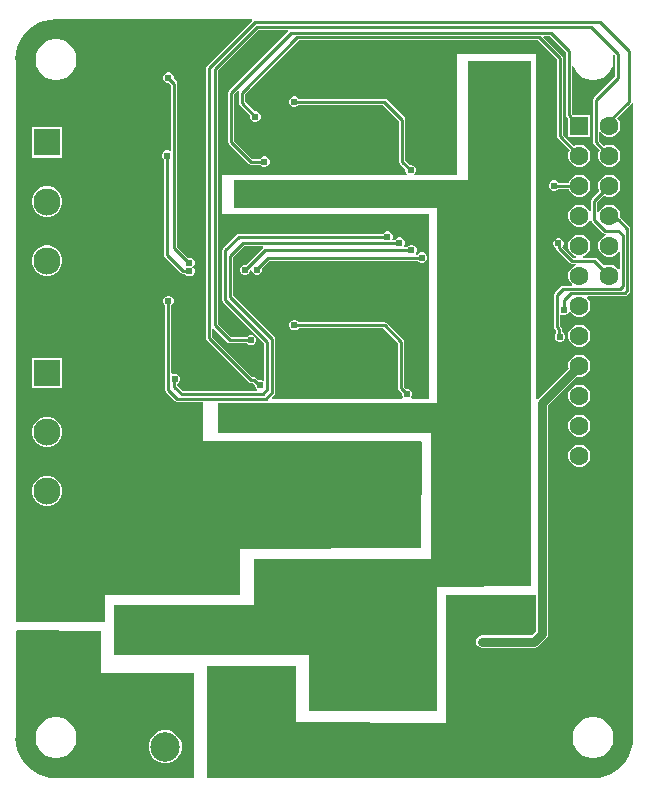
<source format=gbl>
G04*
G04 #@! TF.GenerationSoftware,Altium Limited,Altium Designer,21.5.1 (32)*
G04*
G04 Layer_Physical_Order=2*
G04 Layer_Color=16711680*
%FSLAX25Y25*%
%MOIN*%
G70*
G04*
G04 #@! TF.SameCoordinates,690A18C4-EA90-4F08-A22E-A0273F3C1D78*
G04*
G04*
G04 #@! TF.FilePolarity,Positive*
G04*
G01*
G75*
%ADD12C,0.01000*%
%ADD67C,0.03000*%
%ADD69C,0.09843*%
%ADD70R,0.06299X0.06299*%
%ADD71C,0.06299*%
%ADD72R,0.09055X0.09055*%
%ADD73C,0.09055*%
%ADD74C,0.02400*%
G36*
X77539Y235480D02*
X57779Y215721D01*
X57558Y215390D01*
X57480Y215000D01*
Y198500D01*
X57558Y198110D01*
X57779Y197779D01*
X64279Y191279D01*
X64610Y191058D01*
X65000Y190980D01*
X68115D01*
X68537Y190559D01*
X69162Y190300D01*
X69838D01*
X70463Y190559D01*
X70941Y191037D01*
X71200Y191662D01*
Y192338D01*
X70941Y192963D01*
X70463Y193441D01*
X69838Y193700D01*
X69162D01*
X68537Y193441D01*
X68115Y193020D01*
X65422D01*
X59520Y198922D01*
Y214578D01*
X60707Y215766D01*
X61096Y215447D01*
X61058Y215390D01*
X60980Y215000D01*
Y211500D01*
X61058Y211110D01*
X61279Y210779D01*
X64800Y207258D01*
Y206662D01*
X65059Y206037D01*
X65537Y205559D01*
X66162Y205300D01*
X66838D01*
X67463Y205559D01*
X67941Y206037D01*
X68200Y206662D01*
Y207338D01*
X67941Y207963D01*
X67463Y208441D01*
X66838Y208700D01*
X66242D01*
X63020Y211922D01*
Y214578D01*
X80922Y232480D01*
X160578D01*
X166980Y226078D01*
Y200500D01*
X167058Y200110D01*
X167279Y199779D01*
X171300Y195757D01*
X171099Y195409D01*
X170850Y194481D01*
Y193519D01*
X171099Y192591D01*
X171580Y191759D01*
X172259Y191080D01*
X173091Y190599D01*
X174020Y190350D01*
X174980D01*
X175909Y190599D01*
X176741Y191080D01*
X177420Y191759D01*
X177901Y192591D01*
X178150Y193519D01*
Y194481D01*
X177901Y195409D01*
X177420Y196241D01*
X176741Y196920D01*
X175909Y197401D01*
X174980Y197650D01*
X174020D01*
X173091Y197401D01*
X172742Y197199D01*
X169020Y200922D01*
Y226500D01*
X168942Y226890D01*
X168721Y227221D01*
X162424Y233519D01*
X162615Y233980D01*
X164578D01*
X169980Y228578D01*
Y207500D01*
X170058Y207110D01*
X170279Y206779D01*
X170850Y206208D01*
Y200350D01*
X178150D01*
Y207650D01*
X172292D01*
X172020Y207922D01*
Y223778D01*
X172520Y223878D01*
X172975Y222779D01*
X173719Y221666D01*
X174666Y220719D01*
X175779Y219975D01*
X177017Y219462D01*
X178330Y219201D01*
X179670D01*
X180983Y219462D01*
X182221Y219975D01*
X183334Y220719D01*
X184281Y221666D01*
X185025Y222779D01*
X185538Y224017D01*
X185799Y225330D01*
Y226670D01*
X185624Y227549D01*
X186085Y227796D01*
X186480Y227400D01*
Y220422D01*
X179279Y213221D01*
X179058Y212890D01*
X178980Y212500D01*
Y198500D01*
X179058Y198110D01*
X179279Y197779D01*
X181300Y195757D01*
X181099Y195409D01*
X180850Y194481D01*
Y193519D01*
X181099Y192591D01*
X181580Y191759D01*
X182259Y191080D01*
X183091Y190599D01*
X184019Y190350D01*
X184980D01*
X185909Y190599D01*
X186741Y191080D01*
X187420Y191759D01*
X187901Y192591D01*
X188150Y193519D01*
Y194481D01*
X187901Y195409D01*
X187420Y196241D01*
X186741Y196920D01*
X185909Y197401D01*
X184980Y197650D01*
X184019D01*
X183091Y197401D01*
X182743Y197199D01*
X181020Y198922D01*
Y201729D01*
X181520Y201863D01*
X181580Y201759D01*
X182259Y201080D01*
X183091Y200599D01*
X184019Y200350D01*
X184980D01*
X185909Y200599D01*
X186741Y201080D01*
X187420Y201759D01*
X187901Y202591D01*
X188150Y203520D01*
Y204481D01*
X187901Y205409D01*
X187420Y206241D01*
X187085Y206577D01*
X191721Y211213D01*
X191942Y211544D01*
X191971Y211688D01*
X192471Y211638D01*
Y0D01*
X192486Y-76D01*
X192325Y-2111D01*
X191831Y-4169D01*
X191021Y-6125D01*
X189915Y-7930D01*
X188540Y-9540D01*
X186930Y-10915D01*
X185125Y-12021D01*
X183169Y-12831D01*
X181111Y-13326D01*
X179076Y-13486D01*
X179000Y-13471D01*
X50500D01*
Y24000D01*
X80000D01*
Y5091D01*
X130000Y4898D01*
Y47500D01*
X159961D01*
Y35345D01*
X158655Y34039D01*
X142000D01*
X141220Y33884D01*
X140558Y33442D01*
X140116Y32780D01*
X139961Y32000D01*
X140116Y31220D01*
X140558Y30558D01*
X141220Y30116D01*
X142000Y29961D01*
X159500D01*
X160280Y30116D01*
X160942Y30558D01*
X163442Y33058D01*
X163884Y33720D01*
X164039Y34500D01*
Y110655D01*
X173794Y120411D01*
X174020Y120350D01*
X174980D01*
X175909Y120599D01*
X176741Y121080D01*
X177420Y121759D01*
X177901Y122591D01*
X178150Y123520D01*
Y124480D01*
X177901Y125409D01*
X177420Y126241D01*
X176741Y126920D01*
X175909Y127401D01*
X174980Y127650D01*
X174020D01*
X173091Y127401D01*
X172259Y126920D01*
X171580Y126241D01*
X171099Y125409D01*
X170850Y124480D01*
Y123520D01*
X170911Y123294D01*
X160558Y112942D01*
X160500Y112855D01*
X160000Y113007D01*
Y228000D01*
X133858D01*
Y187500D01*
X119611D01*
X119404Y188000D01*
X119644Y188240D01*
X119903Y188865D01*
Y189541D01*
X119644Y190166D01*
X119166Y190644D01*
X118541Y190903D01*
X117945D01*
X116520Y192329D01*
Y206000D01*
X116442Y206390D01*
X116221Y206721D01*
X110221Y212721D01*
X109890Y212942D01*
X109500Y213020D01*
X80885D01*
X80463Y213441D01*
X79838Y213700D01*
X79162D01*
X78537Y213441D01*
X78059Y212963D01*
X77800Y212338D01*
Y211662D01*
X78059Y211037D01*
X78537Y210559D01*
X79162Y210300D01*
X79838D01*
X80463Y210559D01*
X80885Y210980D01*
X109078D01*
X114480Y205578D01*
Y191906D01*
X114558Y191516D01*
X114779Y191185D01*
X116503Y189461D01*
Y188865D01*
X116762Y188240D01*
X117002Y188000D01*
X116795Y187500D01*
X55500D01*
Y174500D01*
X124500D01*
Y113000D01*
X118611D01*
X118404Y113500D01*
X118441Y113537D01*
X118700Y114162D01*
Y114838D01*
X118441Y115463D01*
X117963Y115941D01*
X117338Y116200D01*
X116742D01*
X116020Y116922D01*
Y132000D01*
X115942Y132390D01*
X115721Y132721D01*
X110319Y138122D01*
X109989Y138344D01*
X109598Y138421D01*
X80885D01*
X80463Y138843D01*
X79838Y139102D01*
X79162D01*
X78537Y138843D01*
X78059Y138365D01*
X77800Y137740D01*
Y137063D01*
X78059Y136439D01*
X78537Y135960D01*
X79162Y135702D01*
X79838D01*
X80463Y135960D01*
X80885Y136382D01*
X109176D01*
X113980Y131578D01*
Y116500D01*
X114058Y116110D01*
X114279Y115779D01*
X115300Y114758D01*
Y114162D01*
X115559Y113537D01*
X115596Y113500D01*
X115389Y113000D01*
X72095D01*
X71904Y113462D01*
X72743Y114301D01*
X72964Y114632D01*
X73042Y115022D01*
Y132978D01*
X72964Y133368D01*
X72743Y133699D01*
X59020Y147422D01*
Y160078D01*
X62722Y163780D01*
X68895D01*
X69046Y163280D01*
X68954Y163219D01*
X63235Y157500D01*
X62639D01*
X62014Y157241D01*
X61536Y156763D01*
X61277Y156138D01*
Y155462D01*
X61536Y154837D01*
X62014Y154359D01*
X62639Y154100D01*
X63315D01*
X63940Y154359D01*
X64418Y154837D01*
X64677Y155462D01*
Y155691D01*
X64800Y155773D01*
X64958Y155738D01*
X65351Y155539D01*
X65559Y155037D01*
X66037Y154559D01*
X66662Y154300D01*
X67338D01*
X67963Y154559D01*
X68441Y155037D01*
X68700Y155662D01*
Y156338D01*
X68676Y156396D01*
X71260Y158980D01*
X120615D01*
X121037Y158559D01*
X121662Y158300D01*
X122338D01*
X122963Y158559D01*
X123441Y159037D01*
X123700Y159662D01*
Y160338D01*
X123441Y160963D01*
X122963Y161441D01*
X122338Y161700D01*
X121662D01*
X121037Y161441D01*
X120615Y161020D01*
X120133D01*
X119926Y161520D01*
X119941Y161535D01*
X120200Y162160D01*
Y162836D01*
X119941Y163461D01*
X119463Y163939D01*
X118838Y164198D01*
X118162D01*
X117537Y163939D01*
X117115Y163517D01*
X116129D01*
X115922Y164017D01*
X115941Y164037D01*
X116200Y164662D01*
Y165338D01*
X115941Y165963D01*
X115463Y166441D01*
X114838Y166700D01*
X114162D01*
X113537Y166441D01*
X113059Y165963D01*
X112999Y165820D01*
X112377D01*
X112058Y166320D01*
X112200Y166662D01*
Y167338D01*
X111941Y167963D01*
X111463Y168441D01*
X110838Y168700D01*
X110162D01*
X109537Y168441D01*
X109115Y168020D01*
X61000D01*
X60610Y167942D01*
X60279Y167721D01*
X55779Y163221D01*
X55558Y162890D01*
X55480Y162500D01*
Y146000D01*
X55558Y145610D01*
X55779Y145279D01*
X69503Y131555D01*
Y119109D01*
X69003Y118902D01*
X68963Y118941D01*
X68338Y119200D01*
X67662D01*
X67451Y119113D01*
X66715Y119849D01*
X66384Y120070D01*
X65994Y120147D01*
X65524D01*
X52020Y133652D01*
Y136331D01*
X52520Y136539D01*
X57377Y131681D01*
X57708Y131460D01*
X58098Y131382D01*
X63615D01*
X64037Y130960D01*
X64662Y130702D01*
X65338D01*
X65963Y130960D01*
X66441Y131439D01*
X66700Y132063D01*
Y132740D01*
X66441Y133364D01*
X65963Y133843D01*
X65338Y134102D01*
X64662D01*
X64037Y133843D01*
X63615Y133421D01*
X58521D01*
X54020Y137922D01*
Y222578D01*
X67422Y235980D01*
X77331D01*
X77539Y235480D01*
D02*
G37*
G36*
X0Y239471D02*
X65200D01*
X65407Y238971D01*
X50279Y223842D01*
X50058Y223512D01*
X49980Y223121D01*
Y133230D01*
X50058Y132839D01*
X50279Y132509D01*
X64381Y118407D01*
X64712Y118186D01*
X65102Y118108D01*
X65571D01*
X66300Y117379D01*
Y117162D01*
X66559Y116537D01*
X67037Y116059D01*
X67132Y116020D01*
X67032Y115520D01*
X42422D01*
X40520Y117422D01*
Y117999D01*
X40663Y118059D01*
X41141Y118537D01*
X41400Y119162D01*
Y119838D01*
X41141Y120463D01*
X40663Y120941D01*
X40038Y121200D01*
X39362D01*
X39020Y121058D01*
X38520Y121377D01*
Y144115D01*
X38941Y144537D01*
X39200Y145162D01*
Y145838D01*
X38941Y146463D01*
X38463Y146941D01*
X37838Y147200D01*
X37162D01*
X36537Y146941D01*
X36059Y146463D01*
X35800Y145838D01*
Y145162D01*
X36059Y144537D01*
X36480Y144115D01*
Y116000D01*
X36558Y115610D01*
X36779Y115279D01*
X39779Y112279D01*
X40110Y112058D01*
X40500Y111980D01*
X49000D01*
Y99000D01*
X121789D01*
X122141Y98645D01*
X121762Y63134D01*
X61272Y62784D01*
Y47500D01*
X16500D01*
Y38500D01*
X-13471D01*
Y226000D01*
X-13486Y226076D01*
X-13326Y228111D01*
X-12831Y230169D01*
X-12021Y232125D01*
X-10915Y233930D01*
X-9540Y235540D01*
X-7930Y236915D01*
X-6125Y238021D01*
X-4169Y238831D01*
X-2111Y239325D01*
X-76Y239486D01*
X0Y239471D01*
D02*
G37*
G36*
X158500Y50600D02*
X127000Y50348D01*
Y9000D01*
X84500D01*
Y27500D01*
X19500D01*
Y44204D01*
X66000D01*
Y59500D01*
X125000D01*
Y101500D01*
X54000D01*
Y109875D01*
Y111500D01*
X127000D01*
Y176500D01*
X59500D01*
Y186000D01*
X137500D01*
Y225500D01*
X158500D01*
Y50600D01*
D02*
G37*
G36*
X15000Y35667D02*
Y21467D01*
X46000D01*
Y-13471D01*
X0D01*
X-76Y-13486D01*
X-2111Y-13326D01*
X-4169Y-12831D01*
X-6125Y-12021D01*
X-7930Y-10915D01*
X-9540Y-9540D01*
X-10915Y-7930D01*
X-12021Y-6125D01*
X-12831Y-4169D01*
X-13326Y-2111D01*
X-13486Y-76D01*
X-13471Y-0D01*
Y35528D01*
X-13116Y35880D01*
X15000Y35667D01*
D02*
G37*
%LPC*%
G36*
X174980Y187650D02*
X174020D01*
X173091Y187401D01*
X172259Y186920D01*
X171580Y186241D01*
X171099Y185409D01*
X170995Y185020D01*
X167385D01*
X166963Y185441D01*
X166338Y185700D01*
X165662D01*
X165037Y185441D01*
X164559Y184963D01*
X164300Y184338D01*
Y183662D01*
X164559Y183037D01*
X165037Y182559D01*
X165662Y182300D01*
X166338D01*
X166963Y182559D01*
X167385Y182980D01*
X170995D01*
X171099Y182591D01*
X171580Y181759D01*
X172259Y181080D01*
X173091Y180599D01*
X174020Y180350D01*
X174980D01*
X175909Y180599D01*
X176741Y181080D01*
X177420Y181759D01*
X177901Y182591D01*
X178150Y183519D01*
Y184481D01*
X177901Y185409D01*
X177420Y186241D01*
X176741Y186920D01*
X175909Y187401D01*
X174980Y187650D01*
D02*
G37*
G36*
X184980D02*
X184019D01*
X183091Y187401D01*
X182259Y186920D01*
X181580Y186241D01*
X181099Y185409D01*
X180850Y184481D01*
Y183519D01*
X181099Y182591D01*
X181300Y182243D01*
X178779Y179721D01*
X178558Y179390D01*
X178480Y179000D01*
Y175178D01*
X177980Y175112D01*
X177901Y175409D01*
X177420Y176241D01*
X176741Y176920D01*
X175909Y177401D01*
X174980Y177650D01*
X174020D01*
X173091Y177401D01*
X172259Y176920D01*
X171580Y176241D01*
X171099Y175409D01*
X170850Y174480D01*
Y173520D01*
X171099Y172591D01*
X171580Y171759D01*
X172259Y171080D01*
X173091Y170599D01*
X174020Y170350D01*
X174980D01*
X175909Y170599D01*
X176741Y171080D01*
X177420Y171759D01*
X177901Y172591D01*
X177980Y172888D01*
X178480Y172822D01*
Y172500D01*
X178558Y172110D01*
X178779Y171779D01*
X182279Y168279D01*
X182610Y168058D01*
X183000Y167980D01*
X183322D01*
X183388Y167480D01*
X183091Y167401D01*
X182259Y166920D01*
X181580Y166241D01*
X181099Y165409D01*
X180850Y164480D01*
Y163520D01*
X181099Y162591D01*
X181580Y161759D01*
X182259Y161080D01*
X183091Y160599D01*
X184019Y160350D01*
X184980D01*
X185909Y160599D01*
X186741Y161080D01*
X187420Y161759D01*
X187480Y161863D01*
X187980Y161729D01*
Y156271D01*
X187480Y156137D01*
X187420Y156241D01*
X186741Y156920D01*
X185909Y157401D01*
X184980Y157650D01*
X184019D01*
X183091Y157401D01*
X182743Y157200D01*
X180221Y159721D01*
X179890Y159942D01*
X179500Y160020D01*
X175678D01*
X175612Y160520D01*
X175909Y160599D01*
X176741Y161080D01*
X177420Y161759D01*
X177901Y162591D01*
X178150Y163520D01*
Y164480D01*
X177901Y165409D01*
X177420Y166241D01*
X176741Y166920D01*
X175909Y167401D01*
X174980Y167650D01*
X174020D01*
X173091Y167401D01*
X172259Y166920D01*
X171580Y166241D01*
X171099Y165409D01*
X170850Y164480D01*
Y163520D01*
X171099Y162591D01*
X171580Y161759D01*
X172259Y161080D01*
X173091Y160599D01*
X173388Y160520D01*
X173322Y160020D01*
X172422D01*
X168824Y163618D01*
X168941Y163735D01*
X169200Y164360D01*
Y165036D01*
X168941Y165661D01*
X168463Y166139D01*
X167838Y166398D01*
X167162D01*
X166537Y166139D01*
X166059Y165661D01*
X165800Y165036D01*
Y164360D01*
X166059Y163735D01*
X166537Y163257D01*
X166762Y163164D01*
X166826Y162842D01*
X167047Y162511D01*
X171279Y158279D01*
X171610Y158058D01*
X172000Y157980D01*
X173322D01*
X173388Y157480D01*
X173091Y157401D01*
X172259Y156920D01*
X171580Y156241D01*
X171099Y155409D01*
X170850Y154481D01*
Y153519D01*
X171099Y152591D01*
X171580Y151759D01*
X172169Y151169D01*
X172043Y150669D01*
X169150D01*
X168759Y150592D01*
X168429Y150371D01*
X166279Y148221D01*
X166058Y147890D01*
X165980Y147500D01*
Y136796D01*
X166058Y136406D01*
X166279Y136075D01*
X166617Y135737D01*
Y134713D01*
X166463Y134559D01*
X166204Y133934D01*
Y133258D01*
X166463Y132633D01*
X166941Y132155D01*
X167566Y131896D01*
X168242D01*
X168867Y132155D01*
X169345Y132633D01*
X169604Y133258D01*
Y133934D01*
X169345Y134559D01*
X168867Y135037D01*
X168656Y135125D01*
Y136160D01*
X168578Y136550D01*
X168357Y136881D01*
X168020Y137218D01*
Y140869D01*
X168520Y141076D01*
X168537Y141059D01*
X169162Y140800D01*
X169838D01*
X170463Y141059D01*
X170941Y141537D01*
X171020Y141728D01*
X171576Y141764D01*
X171580Y141759D01*
X172259Y141080D01*
X173091Y140599D01*
X174020Y140350D01*
X174980D01*
X175909Y140599D01*
X176741Y141080D01*
X177420Y141759D01*
X177901Y142591D01*
X178150Y143519D01*
Y144481D01*
X177901Y145409D01*
X177420Y146241D01*
X177031Y146630D01*
X177238Y147130D01*
X189564D01*
X189954Y147208D01*
X190285Y147429D01*
X191221Y148365D01*
X191442Y148696D01*
X191520Y149086D01*
Y169500D01*
X191442Y169890D01*
X191221Y170221D01*
X188259Y173183D01*
X188090Y173296D01*
X188150Y173520D01*
Y174480D01*
X187901Y175409D01*
X187420Y176241D01*
X186741Y176920D01*
X185909Y177401D01*
X184980Y177650D01*
X184019D01*
X183091Y177401D01*
X182259Y176920D01*
X181580Y176241D01*
X181099Y175409D01*
X181020Y175112D01*
X180520Y175178D01*
Y178578D01*
X182743Y180800D01*
X183091Y180599D01*
X184019Y180350D01*
X184980D01*
X185909Y180599D01*
X186741Y181080D01*
X187420Y181759D01*
X187901Y182591D01*
X188150Y183519D01*
Y184481D01*
X187901Y185409D01*
X187420Y186241D01*
X186741Y186920D01*
X185909Y187401D01*
X184980Y187650D01*
D02*
G37*
G36*
X174980Y137650D02*
X174020D01*
X173091Y137401D01*
X172259Y136920D01*
X171580Y136241D01*
X171099Y135409D01*
X170850Y134481D01*
Y133519D01*
X171099Y132591D01*
X171580Y131759D01*
X172259Y131080D01*
X173091Y130599D01*
X174020Y130350D01*
X174980D01*
X175909Y130599D01*
X176741Y131080D01*
X177420Y131759D01*
X177901Y132591D01*
X178150Y133519D01*
Y134481D01*
X177901Y135409D01*
X177420Y136241D01*
X176741Y136920D01*
X175909Y137401D01*
X174980Y137650D01*
D02*
G37*
G36*
Y117650D02*
X174020D01*
X173091Y117401D01*
X172259Y116920D01*
X171580Y116241D01*
X171099Y115409D01*
X170850Y114480D01*
Y113520D01*
X171099Y112591D01*
X171580Y111759D01*
X172259Y111080D01*
X173091Y110599D01*
X174020Y110350D01*
X174980D01*
X175909Y110599D01*
X176741Y111080D01*
X177420Y111759D01*
X177901Y112591D01*
X178150Y113520D01*
Y114480D01*
X177901Y115409D01*
X177420Y116241D01*
X176741Y116920D01*
X175909Y117401D01*
X174980Y117650D01*
D02*
G37*
G36*
Y107650D02*
X174020D01*
X173091Y107401D01*
X172259Y106920D01*
X171580Y106241D01*
X171099Y105409D01*
X170850Y104481D01*
Y103519D01*
X171099Y102591D01*
X171580Y101759D01*
X172259Y101080D01*
X173091Y100599D01*
X174020Y100350D01*
X174980D01*
X175909Y100599D01*
X176741Y101080D01*
X177420Y101759D01*
X177901Y102591D01*
X178150Y103519D01*
Y104481D01*
X177901Y105409D01*
X177420Y106241D01*
X176741Y106920D01*
X175909Y107401D01*
X174980Y107650D01*
D02*
G37*
G36*
Y97650D02*
X174020D01*
X173091Y97401D01*
X172259Y96920D01*
X171580Y96241D01*
X171099Y95409D01*
X170850Y94481D01*
Y93520D01*
X171099Y92591D01*
X171580Y91759D01*
X172259Y91080D01*
X173091Y90599D01*
X174020Y90350D01*
X174980D01*
X175909Y90599D01*
X176741Y91080D01*
X177420Y91759D01*
X177901Y92591D01*
X178150Y93520D01*
Y94481D01*
X177901Y95409D01*
X177420Y96241D01*
X176741Y96920D01*
X175909Y97401D01*
X174980Y97650D01*
D02*
G37*
G36*
X179670Y6799D02*
X178330D01*
X177017Y6538D01*
X175779Y6025D01*
X174666Y5281D01*
X173719Y4334D01*
X172975Y3221D01*
X172462Y1983D01*
X172201Y670D01*
Y-670D01*
X172462Y-1983D01*
X172975Y-3221D01*
X173719Y-4334D01*
X174666Y-5281D01*
X175779Y-6025D01*
X177017Y-6538D01*
X178330Y-6799D01*
X179670D01*
X180983Y-6538D01*
X182221Y-6025D01*
X183334Y-5281D01*
X184281Y-4334D01*
X185025Y-3221D01*
X185538Y-1983D01*
X185799Y-670D01*
Y670D01*
X185538Y1983D01*
X185025Y3221D01*
X184379Y4188D01*
X184281Y4334D01*
X183334Y5281D01*
X182221Y6025D01*
X180983Y6538D01*
X179670Y6799D01*
D02*
G37*
G36*
X670Y232799D02*
X-670D01*
X-1983Y232538D01*
X-3221Y232025D01*
X-4334Y231281D01*
X-5281Y230334D01*
X-6025Y229221D01*
X-6538Y227983D01*
X-6799Y226670D01*
Y225330D01*
X-6538Y224017D01*
X-6025Y222779D01*
X-5281Y221666D01*
X-4334Y220719D01*
X-3221Y219975D01*
X-1983Y219462D01*
X-670Y219201D01*
X670D01*
X1983Y219462D01*
X3221Y219975D01*
X4334Y220719D01*
X5281Y221666D01*
X6025Y222779D01*
X6538Y224017D01*
X6799Y225330D01*
Y226670D01*
X6538Y227983D01*
X6025Y229221D01*
X5281Y230334D01*
X4334Y231281D01*
X3221Y232025D01*
X1983Y232538D01*
X670Y232799D01*
D02*
G37*
G36*
X37838Y221700D02*
X37162D01*
X36537Y221441D01*
X36059Y220963D01*
X35800Y220338D01*
Y219662D01*
X36059Y219037D01*
X36537Y218559D01*
X37162Y218300D01*
X37758D01*
X38480Y217578D01*
Y195631D01*
X37980Y195424D01*
X37963Y195441D01*
X37338Y195700D01*
X36662D01*
X36037Y195441D01*
X35559Y194963D01*
X35300Y194338D01*
Y193662D01*
X35559Y193037D01*
X35980Y192615D01*
Y161000D01*
X36058Y160610D01*
X36279Y160279D01*
X41611Y154947D01*
X41942Y154726D01*
X42332Y154648D01*
X42971D01*
X43059Y154437D01*
X43537Y153959D01*
X44162Y153700D01*
X44838D01*
X45463Y153959D01*
X45941Y154437D01*
X46200Y155062D01*
Y155738D01*
X45941Y156363D01*
X45781Y156523D01*
X45471Y156850D01*
X45781Y157177D01*
X45941Y157337D01*
X46200Y157962D01*
Y158638D01*
X45941Y159263D01*
X45463Y159741D01*
X44838Y160000D01*
X44162D01*
X44077Y159965D01*
X40520Y163522D01*
Y218000D01*
X40442Y218390D01*
X40221Y218721D01*
X39200Y219742D01*
Y220338D01*
X38941Y220963D01*
X38463Y221441D01*
X37838Y221700D01*
D02*
G37*
G36*
X2028Y203398D02*
X-8028D01*
Y193342D01*
X2028D01*
Y203398D01*
D02*
G37*
G36*
X-2338Y183713D02*
X-3662D01*
X-4941Y183370D01*
X-6087Y182708D01*
X-7023Y181772D01*
X-7685Y180626D01*
X-8028Y179347D01*
Y178023D01*
X-7685Y176744D01*
X-7023Y175598D01*
X-6087Y174662D01*
X-4941Y174000D01*
X-3662Y173658D01*
X-2338D01*
X-1059Y174000D01*
X87Y174662D01*
X1023Y175598D01*
X1685Y176744D01*
X2028Y178023D01*
Y179347D01*
X1685Y180626D01*
X1023Y181772D01*
X87Y182708D01*
X-1059Y183370D01*
X-2338Y183713D01*
D02*
G37*
G36*
Y164028D02*
X-3662D01*
X-4941Y163685D01*
X-6087Y163023D01*
X-7023Y162087D01*
X-7685Y160941D01*
X-8028Y159662D01*
Y158338D01*
X-7685Y157059D01*
X-7023Y155913D01*
X-6087Y154977D01*
X-4941Y154315D01*
X-3662Y153972D01*
X-2338D01*
X-1059Y154315D01*
X87Y154977D01*
X1023Y155913D01*
X1685Y157059D01*
X2028Y158338D01*
Y159662D01*
X1685Y160941D01*
X1023Y162087D01*
X87Y163023D01*
X-1059Y163685D01*
X-2338Y164028D01*
D02*
G37*
G36*
X2028Y126528D02*
X-8028D01*
Y116472D01*
X2028D01*
Y126528D01*
D02*
G37*
G36*
X-2338Y106843D02*
X-3662D01*
X-4941Y106500D01*
X-6087Y105838D01*
X-7023Y104902D01*
X-7685Y103755D01*
X-8028Y102477D01*
Y101153D01*
X-7685Y99874D01*
X-7023Y98728D01*
X-6087Y97792D01*
X-4941Y97130D01*
X-3662Y96787D01*
X-2338D01*
X-1059Y97130D01*
X87Y97792D01*
X1023Y98728D01*
X1685Y99874D01*
X2028Y101153D01*
Y102477D01*
X1685Y103755D01*
X1023Y104902D01*
X87Y105838D01*
X-1059Y106500D01*
X-2338Y106843D01*
D02*
G37*
G36*
Y87157D02*
X-3662D01*
X-4941Y86815D01*
X-6087Y86153D01*
X-7023Y85217D01*
X-7685Y84070D01*
X-8028Y82792D01*
Y81468D01*
X-7685Y80189D01*
X-7023Y79043D01*
X-6087Y78107D01*
X-4941Y77445D01*
X-3662Y77102D01*
X-2338D01*
X-1059Y77445D01*
X87Y78107D01*
X1023Y79043D01*
X1685Y80189D01*
X2028Y81468D01*
Y82792D01*
X1685Y84070D01*
X1023Y85217D01*
X87Y86153D01*
X-1059Y86815D01*
X-2338Y87157D01*
D02*
G37*
G36*
X670Y6799D02*
X-670D01*
X-1983Y6538D01*
X-3221Y6025D01*
X-4334Y5281D01*
X-5281Y4334D01*
X-6025Y3221D01*
X-6538Y1983D01*
X-6799Y670D01*
Y-670D01*
X-6538Y-1983D01*
X-6025Y-3221D01*
X-5281Y-4334D01*
X-4334Y-5281D01*
X-3221Y-6025D01*
X-1983Y-6538D01*
X-670Y-6799D01*
X670D01*
X1983Y-6538D01*
X3221Y-6025D01*
X4334Y-5281D01*
X5281Y-4334D01*
X6025Y-3221D01*
X6538Y-1983D01*
X6799Y-670D01*
Y670D01*
X6538Y1983D01*
X6025Y3221D01*
X5281Y4334D01*
X4334Y5281D01*
X3221Y6025D01*
X1983Y6538D01*
X670Y6799D01*
D02*
G37*
G36*
X37214Y2417D02*
X35786D01*
X34407Y2048D01*
X33171Y1334D01*
X32162Y325D01*
X31448Y-911D01*
X31079Y-2290D01*
Y-3718D01*
X31448Y-5096D01*
X32162Y-6333D01*
X33171Y-7342D01*
X34407Y-8056D01*
X35786Y-8425D01*
X37214D01*
X38592Y-8056D01*
X39829Y-7342D01*
X40838Y-6333D01*
X41552Y-5096D01*
X41921Y-3718D01*
Y-2290D01*
X41552Y-911D01*
X40838Y325D01*
X39829Y1334D01*
X38592Y2048D01*
X37214Y2417D01*
D02*
G37*
%LPD*%
D12*
X62000Y211500D02*
X66500Y207000D01*
X61000Y167000D02*
X110500D01*
X69675Y162498D02*
X118500D01*
X62300Y164800D02*
X114300D01*
X70838Y160000D02*
X122000D01*
X114300Y164800D02*
X114500Y165000D01*
X167768Y163232D02*
Y164430D01*
X167500Y164698D02*
X167768Y164430D01*
Y163232D02*
X172000Y159000D01*
X67000Y156000D02*
Y156162D01*
X70838Y160000D01*
X62977Y155800D02*
X69675Y162498D01*
X56500Y162500D02*
X61000Y167000D01*
X58000Y160500D02*
X62300Y164800D01*
X70000Y113000D02*
X72022Y115022D01*
Y132978D01*
X58000Y147000D02*
X72022Y132978D01*
X58000Y147000D02*
Y160500D01*
X109598Y137402D02*
X115000Y132000D01*
X79500Y137402D02*
X109598D01*
X67621Y117500D02*
X68000D01*
X65994Y119128D02*
X67621Y117500D01*
X37500Y116000D02*
X40500Y113000D01*
X37500Y116000D02*
Y145500D01*
X40500Y113000D02*
X70000D01*
X39500Y119300D02*
X39700Y119500D01*
X39500Y117000D02*
X42000Y114500D01*
X69000D01*
X39500Y117000D02*
Y119300D01*
X69000Y114500D02*
X70522Y116022D01*
Y131978D01*
X65102Y119128D02*
X65994D01*
X51000Y133230D02*
X65102Y119128D01*
X51000Y133230D02*
Y223121D01*
X56500Y146000D02*
X70522Y131978D01*
X166000Y184000D02*
X174500D01*
X167636Y133864D02*
X167904Y133596D01*
X167000Y136796D02*
Y147500D01*
Y136796D02*
X167636Y136160D01*
Y133864D02*
Y136160D01*
X167000Y147500D02*
X169150Y149650D01*
X169500Y142500D02*
Y146000D01*
X171650Y148150D01*
X187538Y172462D02*
X190500Y169500D01*
Y149086D02*
Y169500D01*
X189564Y148150D02*
X190500Y149086D01*
X188018Y149650D02*
X189000Y150632D01*
X187368Y169000D02*
X189000Y167368D01*
Y150632D02*
Y167368D01*
X169150Y149650D02*
X188018D01*
X161000Y233500D02*
X168000Y226500D01*
Y200500D02*
Y226500D01*
X80500Y233500D02*
X161000D01*
X168000Y200500D02*
X174500Y194000D01*
X171000Y207500D02*
X174500Y204000D01*
X171000Y207500D02*
Y229000D01*
X165000Y235000D02*
X171000Y229000D01*
X78500Y235000D02*
X165000D01*
X178323Y237000D02*
X187500Y227823D01*
X67000Y237000D02*
X178323D01*
X187500Y220000D02*
Y227823D01*
X180000Y212500D02*
X187500Y220000D01*
X191000Y211934D02*
Y229000D01*
X181500Y238500D02*
X191000Y229000D01*
X66379Y238500D02*
X181500D01*
X184500Y205434D02*
X191000Y211934D01*
X184500Y204000D02*
Y205434D01*
X62000Y215000D02*
X80500Y233500D01*
X58500Y215000D02*
X78500Y235000D01*
X180000Y198500D02*
X184500Y194000D01*
X180000Y198500D02*
Y212500D01*
X51000Y223121D02*
X66379Y238500D01*
X53000Y223000D02*
X67000Y237000D01*
X115000Y116500D02*
X117000Y114500D01*
X56500Y146000D02*
Y162500D01*
X172000Y159000D02*
X179500D01*
X184500Y154000D01*
X37000Y161000D02*
X42332Y155668D01*
X44232D01*
X44500Y155400D01*
X44300Y158300D02*
X44500D01*
X39500Y163100D02*
X44300Y158300D01*
X53000Y137500D02*
Y223000D01*
X62000Y211500D02*
Y215000D01*
X65000Y192000D02*
X69500D01*
X58500Y198500D02*
X65000Y192000D01*
X37500Y220000D02*
X39500Y218000D01*
Y163100D02*
Y218000D01*
X37000Y161000D02*
Y193947D01*
X79500Y212000D02*
X109500D01*
X58500Y198500D02*
Y215000D01*
X58098Y132402D02*
X65000D01*
X53000Y137500D02*
X58098Y132402D01*
X179500Y172500D02*
X183000Y169000D01*
X187368D01*
X179500Y172500D02*
Y179000D01*
X184500Y184000D01*
X171650Y148150D02*
X189564D01*
X184500Y174000D02*
X185934D01*
X187472Y172462D02*
X187538D01*
X185934Y174000D02*
X187472Y172462D01*
X109500Y212000D02*
X115500Y206000D01*
Y191906D02*
Y206000D01*
Y191906D02*
X118203Y189203D01*
X115000Y116500D02*
Y132000D01*
D67*
X159500Y32000D02*
X162000Y34500D01*
Y111500D02*
X174500Y124000D01*
X162000Y34500D02*
Y111500D01*
X156000Y32000D02*
X157957D01*
X159500D01*
X142000D02*
X144000D01*
X146000D01*
X150000D02*
X152000D01*
X148000D02*
X150000D01*
X154000D02*
X156000D01*
X146000D02*
X148000D01*
X152000D02*
X154000D01*
D69*
X36500Y34004D02*
D03*
Y15500D02*
D03*
Y-3004D02*
D03*
D70*
X174500Y204000D02*
D03*
D71*
X184500D02*
D03*
X174500Y194000D02*
D03*
X184500D02*
D03*
X174500Y184000D02*
D03*
X184500D02*
D03*
X174500Y174000D02*
D03*
X184500D02*
D03*
X174500Y164000D02*
D03*
X184500D02*
D03*
X174500Y154000D02*
D03*
X184500D02*
D03*
X174500Y144000D02*
D03*
X184500D02*
D03*
X174500Y134000D02*
D03*
X184500D02*
D03*
X174500Y124000D02*
D03*
X184500D02*
D03*
X174500Y114000D02*
D03*
X184500D02*
D03*
X174500Y104000D02*
D03*
X184500D02*
D03*
X174500Y94000D02*
D03*
X184500D02*
D03*
D72*
X-3000Y121500D02*
D03*
Y198370D02*
D03*
Y46500D02*
D03*
D73*
Y101815D02*
D03*
Y82130D02*
D03*
Y178685D02*
D03*
Y159000D02*
D03*
Y26500D02*
D03*
D74*
X66500Y207000D02*
D03*
X153000Y141000D02*
D03*
Y144120D02*
D03*
Y147000D02*
D03*
X152240Y150000D02*
D03*
X152681Y221319D02*
D03*
X152500Y224000D02*
D03*
Y215500D02*
D03*
Y218500D02*
D03*
X140000Y197099D02*
D03*
X143500Y197000D02*
D03*
X145500Y173500D02*
D03*
X148250D02*
D03*
X151000D02*
D03*
X130000Y182000D02*
D03*
X134500D02*
D03*
X139000D02*
D03*
X143000D02*
D03*
X147000D02*
D03*
X151500D02*
D03*
X155500D02*
D03*
X113000D02*
D03*
X62000D02*
D03*
X64500D02*
D03*
X67000D02*
D03*
X83000D02*
D03*
X80500D02*
D03*
X63000Y107500D02*
D03*
X59500D02*
D03*
X66500D02*
D03*
X83000D02*
D03*
X80500D02*
D03*
X155500D02*
D03*
X151500D02*
D03*
X147000D02*
D03*
X143000D02*
D03*
X139000D02*
D03*
X87000Y15500D02*
D03*
X90000D02*
D03*
X93000D02*
D03*
X96000D02*
D03*
X102000Y53500D02*
D03*
X98000D02*
D03*
X72500D02*
D03*
X69000D02*
D03*
X134500Y107500D02*
D03*
X130000D02*
D03*
X118000D02*
D03*
X113500D02*
D03*
X145500Y99000D02*
D03*
X151000D02*
D03*
X148250D02*
D03*
X184000Y25000D02*
D03*
X110500Y167000D02*
D03*
X118500Y162498D02*
D03*
X114500Y165000D02*
D03*
X122000Y160000D02*
D03*
X167500Y164698D02*
D03*
X94000Y169500D02*
D03*
X98000D02*
D03*
X102000D02*
D03*
X88000Y135000D02*
D03*
X98000Y141000D02*
D03*
X88000Y130000D02*
D03*
X102000Y146000D02*
D03*
X88000Y141000D02*
D03*
X93000D02*
D03*
Y135000D02*
D03*
X152240Y156500D02*
D03*
X88000Y189500D02*
D03*
Y194500D02*
D03*
Y209500D02*
D03*
Y204500D02*
D03*
Y199500D02*
D03*
Y115000D02*
D03*
Y120000D02*
D03*
Y125000D02*
D03*
X59500Y82000D02*
D03*
Y77000D02*
D03*
X29500Y52000D02*
D03*
Y82000D02*
D03*
X59500Y52000D02*
D03*
Y72000D02*
D03*
Y67000D02*
D03*
Y62000D02*
D03*
Y57000D02*
D03*
X34500Y52000D02*
D03*
X54500D02*
D03*
X49500D02*
D03*
X44500D02*
D03*
X39500D02*
D03*
X29500Y77000D02*
D03*
Y72000D02*
D03*
Y67000D02*
D03*
Y57000D02*
D03*
Y62000D02*
D03*
X34500Y57000D02*
D03*
Y62000D02*
D03*
Y67000D02*
D03*
Y72000D02*
D03*
Y77000D02*
D03*
X34589Y81927D02*
D03*
X54589D02*
D03*
X49589D02*
D03*
X44589D02*
D03*
X39589D02*
D03*
X39500Y67000D02*
D03*
X44500D02*
D03*
X49500D02*
D03*
Y72000D02*
D03*
X44500D02*
D03*
X39500D02*
D03*
X49500Y77000D02*
D03*
X44500D02*
D03*
X39500D02*
D03*
X44500Y62000D02*
D03*
X39500D02*
D03*
X49500D02*
D03*
Y57000D02*
D03*
X44500D02*
D03*
X39500D02*
D03*
X54500Y72000D02*
D03*
Y67000D02*
D03*
Y62000D02*
D03*
Y57000D02*
D03*
Y77000D02*
D03*
X108000Y141000D02*
D03*
X103000D02*
D03*
X93000Y125000D02*
D03*
X98000D02*
D03*
X103000D02*
D03*
Y130000D02*
D03*
X98000D02*
D03*
X93000D02*
D03*
X103000Y135000D02*
D03*
X98000D02*
D03*
Y120000D02*
D03*
X93000D02*
D03*
X103000D02*
D03*
Y115000D02*
D03*
X98000D02*
D03*
X93000D02*
D03*
X108000Y130000D02*
D03*
Y125000D02*
D03*
Y120000D02*
D03*
Y115000D02*
D03*
Y135000D02*
D03*
Y215500D02*
D03*
Y209500D02*
D03*
Y189500D02*
D03*
Y194500D02*
D03*
Y199500D02*
D03*
Y204500D02*
D03*
X98000Y173500D02*
D03*
X94000D02*
D03*
X102000D02*
D03*
X94000Y97500D02*
D03*
X102000D02*
D03*
X98000D02*
D03*
Y93500D02*
D03*
X94000D02*
D03*
X102000D02*
D03*
X98000Y146000D02*
D03*
X94000D02*
D03*
X98000Y154000D02*
D03*
X94000D02*
D03*
X102000D02*
D03*
X98000Y150000D02*
D03*
X94000D02*
D03*
X102000D02*
D03*
X98000Y220500D02*
D03*
X94000D02*
D03*
X102000D02*
D03*
X98000Y228500D02*
D03*
X94000D02*
D03*
X102000D02*
D03*
Y224500D02*
D03*
X94000D02*
D03*
X98000D02*
D03*
X103000Y215500D02*
D03*
X98000D02*
D03*
X88000D02*
D03*
X93000D02*
D03*
Y189500D02*
D03*
X98000D02*
D03*
X103000D02*
D03*
Y194500D02*
D03*
X93000D02*
D03*
X98000D02*
D03*
X93000Y209500D02*
D03*
X98000D02*
D03*
X103000D02*
D03*
X93000Y204500D02*
D03*
X98000D02*
D03*
X103000D02*
D03*
Y199500D02*
D03*
X98000D02*
D03*
X93000D02*
D03*
X68000Y117500D02*
D03*
X78000Y107500D02*
D03*
X57500Y-11000D02*
D03*
X166000Y184000D02*
D03*
X167904Y133596D02*
D03*
X164000Y145500D02*
D03*
X154500Y137500D02*
D03*
X169500Y142500D02*
D03*
X166500Y99000D02*
D03*
X166000Y173500D02*
D03*
X164000Y202000D02*
D03*
X154000Y212000D02*
D03*
X66000Y-11000D02*
D03*
X74000D02*
D03*
X57500Y-3500D02*
D03*
X66000D02*
D03*
X74000D02*
D03*
Y4500D02*
D03*
X66000D02*
D03*
X57500D02*
D03*
X178000Y57500D02*
D03*
X190500Y77000D02*
D03*
Y84500D02*
D03*
X185000Y77000D02*
D03*
Y84500D02*
D03*
X-9500Y218000D02*
D03*
X8500Y235000D02*
D03*
X44500Y202000D02*
D03*
X39500Y227000D02*
D03*
X22500Y216500D02*
D03*
Y190500D02*
D03*
X31000Y169000D02*
D03*
X23000D02*
D03*
X31000Y175500D02*
D03*
X23000D02*
D03*
X40000Y151500D02*
D03*
X63500Y148500D02*
D03*
X56500Y141500D02*
D03*
X49000Y129000D02*
D03*
X43000D02*
D03*
X174500Y25000D02*
D03*
X165000D02*
D03*
X167000Y-2000D02*
D03*
X160000D02*
D03*
X167000Y-8500D02*
D03*
X160000D02*
D03*
X142000Y32000D02*
D03*
X157957Y32043D02*
D03*
X154000Y32000D02*
D03*
X150000D02*
D03*
X146000D02*
D03*
X118203Y189203D02*
D03*
X117000Y114500D02*
D03*
X130500Y99000D02*
D03*
X123000Y15500D02*
D03*
X99000D02*
D03*
X76000Y53500D02*
D03*
X94000D02*
D03*
X142500Y122500D02*
D03*
X131000Y173500D02*
D03*
X118000Y182000D02*
D03*
X78000D02*
D03*
X39700Y119500D02*
D03*
X44500Y155400D02*
D03*
Y158300D02*
D03*
X67000Y156000D02*
D03*
X62977Y155800D02*
D03*
X37500Y145500D02*
D03*
X69500Y192000D02*
D03*
X79500Y212000D02*
D03*
X37000Y194000D02*
D03*
X37500Y220000D02*
D03*
X65000Y132402D02*
D03*
X79500Y137402D02*
D03*
M02*

</source>
